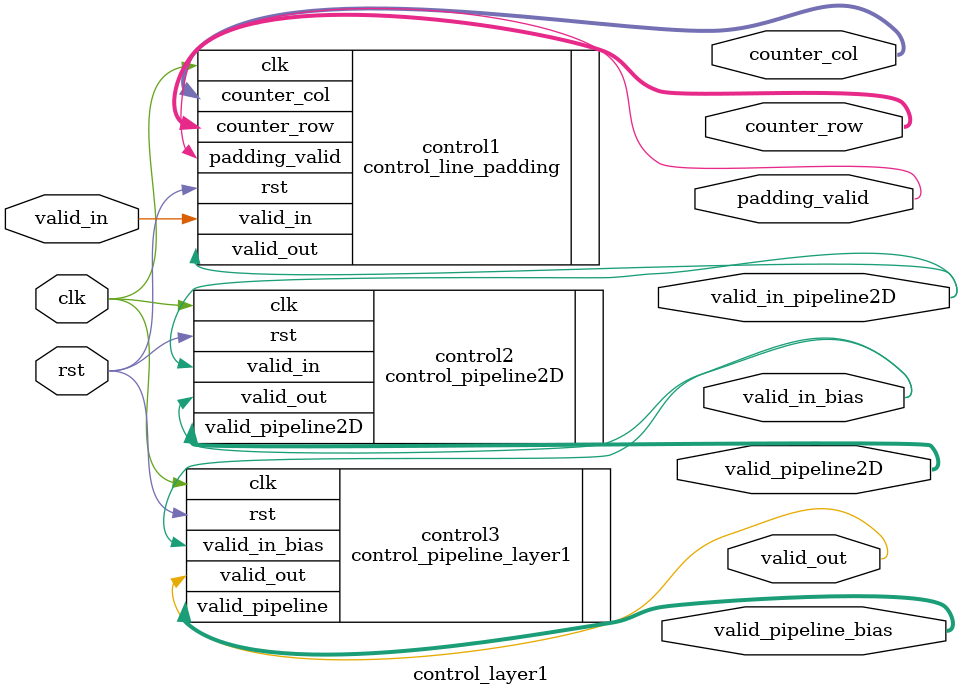
<source format=v>
module control_layer1#(
    parameter WIDTH = 5
)(
    input  clk, rst, valid_in,
    output padding_valid,
    output [31:0] counter_col, counter_row,
    output valid_in_pipeline2D,
    output [3:0] valid_pipeline2D,
    output valid_in_bias,
    output [1:0] valid_pipeline_bias,
    output  valid_out
);

    
    control_line_padding#(
      .WIDTH(WIDTH)
    )control1 (
      .valid_in(valid_in), 
      .clk(clk), 
      .rst(rst),
      .padding_valid(padding_valid),
      .valid_out(valid_in_pipeline2D),
      .counter_col(counter_col),
      .counter_row(counter_row)
    );    
    
    control_pipeline2D control2(
    .clk(clk), 
    .rst(rst), 
    .valid_in(valid_in_pipeline2D),
    .valid_out(valid_in_bias), 
    .valid_pipeline2D(valid_pipeline2D)
    );
    
    control_pipeline_layer1 control3(
    .valid_in_bias(valid_in_bias), 
    .clk(clk), 
    .rst(rst),
    .valid_out(valid_out), 
    .valid_pipeline(valid_pipeline_bias)
    );  


endmodule






</source>
